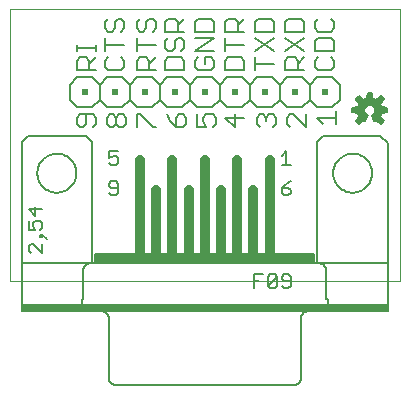
<source format=gto>
G75*
%MOIN*%
%OFA0B0*%
%FSLAX24Y24*%
%IPPOS*%
%LPD*%
%AMOC8*
5,1,8,0,0,1.08239X$1,22.5*
%
%ADD10C,0.0000*%
%ADD11C,0.0060*%
%ADD12C,0.0320*%
%ADD13C,0.0050*%
%ADD14R,0.7300X0.0300*%
%ADD15R,1.2200X0.0200*%
%ADD16R,0.0320X0.2850*%
%ADD17R,0.0320X0.1850*%
%ADD18R,0.0200X0.0200*%
%ADD19C,0.0059*%
D10*
X000480Y003580D02*
X000480Y012650D01*
X013472Y012650D01*
X013472Y003580D01*
X000480Y003580D01*
D11*
X000880Y002580D02*
X003930Y002580D01*
X010030Y002580D01*
X013080Y002580D01*
X013080Y002780D01*
X012080Y002780D01*
X011080Y002780D01*
X002880Y002780D01*
X002880Y002980D01*
X002930Y002980D01*
X002930Y003930D01*
X002932Y003960D01*
X002937Y003990D01*
X002946Y004019D01*
X002959Y004046D01*
X002974Y004072D01*
X002993Y004096D01*
X003014Y004117D01*
X003038Y004136D01*
X003064Y004151D01*
X003091Y004164D01*
X003120Y004173D01*
X003150Y004178D01*
X003180Y004180D01*
X003230Y004180D02*
X003230Y008230D01*
X003030Y008430D01*
X001080Y008430D01*
X000880Y008230D01*
X000880Y004230D01*
X000880Y004180D01*
X002880Y004180D01*
X003230Y004180D01*
X003330Y004180D01*
X003330Y004480D01*
X010630Y004480D01*
X010630Y004180D01*
X003330Y004180D01*
X002880Y002780D02*
X001880Y002780D01*
X000880Y002780D01*
X000880Y002980D01*
X000880Y004180D01*
X000880Y002780D02*
X000880Y002580D01*
X003530Y002580D02*
X003560Y002578D01*
X003590Y002573D01*
X003619Y002564D01*
X003646Y002551D01*
X003672Y002536D01*
X003696Y002517D01*
X003717Y002496D01*
X003736Y002472D01*
X003751Y002446D01*
X003764Y002419D01*
X003773Y002390D01*
X003778Y002360D01*
X003780Y002330D01*
X003780Y000330D01*
X003782Y000304D01*
X003787Y000278D01*
X003795Y000253D01*
X003807Y000230D01*
X003821Y000208D01*
X003839Y000189D01*
X003858Y000171D01*
X003880Y000157D01*
X003903Y000145D01*
X003928Y000137D01*
X003954Y000132D01*
X003980Y000130D01*
X004080Y000130D01*
X009880Y000130D01*
X009980Y000130D01*
X010006Y000132D01*
X010032Y000137D01*
X010057Y000145D01*
X010080Y000157D01*
X010102Y000171D01*
X010121Y000189D01*
X010139Y000208D01*
X010153Y000230D01*
X010165Y000253D01*
X010173Y000278D01*
X010178Y000304D01*
X010180Y000330D01*
X010180Y002330D01*
X010182Y002360D01*
X010187Y002390D01*
X010196Y002419D01*
X010209Y002446D01*
X010224Y002472D01*
X010243Y002496D01*
X010264Y002517D01*
X010288Y002536D01*
X010314Y002551D01*
X010341Y002564D01*
X010370Y002573D01*
X010400Y002578D01*
X010430Y002580D01*
X011030Y002980D02*
X011030Y003930D01*
X011028Y003960D01*
X011023Y003990D01*
X011014Y004019D01*
X011001Y004046D01*
X010986Y004072D01*
X010967Y004096D01*
X010946Y004117D01*
X010922Y004136D01*
X010896Y004151D01*
X010869Y004164D01*
X010840Y004173D01*
X010810Y004178D01*
X010780Y004180D01*
X010730Y004180D02*
X010730Y008230D01*
X010930Y008430D01*
X012830Y008430D01*
X013080Y008180D01*
X013080Y004230D01*
X013080Y004180D01*
X013080Y002980D01*
X013080Y002780D01*
X013080Y004180D02*
X011080Y004180D01*
X010730Y004180D01*
X010630Y004180D01*
X011030Y002980D02*
X011080Y002980D01*
X011080Y002780D01*
X011260Y007180D02*
X011262Y007230D01*
X011268Y007280D01*
X011278Y007330D01*
X011291Y007378D01*
X011308Y007426D01*
X011329Y007472D01*
X011353Y007516D01*
X011381Y007558D01*
X011412Y007598D01*
X011446Y007635D01*
X011483Y007670D01*
X011522Y007701D01*
X011563Y007730D01*
X011607Y007755D01*
X011653Y007777D01*
X011700Y007795D01*
X011748Y007809D01*
X011797Y007820D01*
X011847Y007827D01*
X011897Y007830D01*
X011948Y007829D01*
X011998Y007824D01*
X012048Y007815D01*
X012096Y007803D01*
X012144Y007786D01*
X012190Y007766D01*
X012235Y007743D01*
X012278Y007716D01*
X012318Y007686D01*
X012356Y007653D01*
X012391Y007617D01*
X012424Y007578D01*
X012453Y007537D01*
X012479Y007494D01*
X012502Y007449D01*
X012521Y007402D01*
X012536Y007354D01*
X012548Y007305D01*
X012556Y007255D01*
X012560Y007205D01*
X012560Y007155D01*
X012556Y007105D01*
X012548Y007055D01*
X012536Y007006D01*
X012521Y006958D01*
X012502Y006911D01*
X012479Y006866D01*
X012453Y006823D01*
X012424Y006782D01*
X012391Y006743D01*
X012356Y006707D01*
X012318Y006674D01*
X012278Y006644D01*
X012235Y006617D01*
X012190Y006594D01*
X012144Y006574D01*
X012096Y006557D01*
X012048Y006545D01*
X011998Y006536D01*
X011948Y006531D01*
X011897Y006530D01*
X011847Y006533D01*
X011797Y006540D01*
X011748Y006551D01*
X011700Y006565D01*
X011653Y006583D01*
X011607Y006605D01*
X011563Y006630D01*
X011522Y006659D01*
X011483Y006690D01*
X011446Y006725D01*
X011412Y006762D01*
X011381Y006802D01*
X011353Y006844D01*
X011329Y006888D01*
X011308Y006934D01*
X011291Y006982D01*
X011278Y007030D01*
X011268Y007080D01*
X011262Y007130D01*
X011260Y007180D01*
X010350Y008710D02*
X009923Y009137D01*
X009816Y009137D01*
X009709Y009030D01*
X009709Y008817D01*
X009816Y008710D01*
X009350Y008817D02*
X009350Y009030D01*
X009243Y009137D01*
X009136Y009137D01*
X009030Y009030D01*
X009030Y008924D01*
X009030Y009030D02*
X008923Y009137D01*
X008816Y009137D01*
X008709Y009030D01*
X008709Y008817D01*
X008816Y008710D01*
X009243Y008710D02*
X009350Y008817D01*
X009230Y009380D02*
X008730Y009380D01*
X008480Y009630D01*
X008230Y009380D01*
X007730Y009380D01*
X007480Y009630D01*
X007230Y009380D01*
X006730Y009380D01*
X006480Y009630D01*
X006480Y010130D01*
X006730Y010380D01*
X007230Y010380D01*
X007480Y010130D01*
X007730Y010380D01*
X008230Y010380D01*
X008480Y010130D01*
X008730Y010380D01*
X009230Y010380D01*
X009480Y010130D01*
X009730Y010380D01*
X010230Y010380D01*
X010480Y010130D01*
X010730Y010380D01*
X011230Y010380D01*
X011480Y010130D01*
X011480Y009630D01*
X011230Y009380D01*
X010730Y009380D01*
X010480Y009630D01*
X010230Y009380D01*
X009730Y009380D01*
X009480Y009630D01*
X009480Y010130D01*
X009480Y009630D02*
X009230Y009380D01*
X008480Y009630D02*
X008480Y010130D01*
X008659Y010610D02*
X008659Y011037D01*
X008659Y010824D02*
X009300Y010824D01*
X009659Y010930D02*
X009659Y010610D01*
X010300Y010610D01*
X010086Y010610D02*
X010086Y010930D01*
X009980Y011037D01*
X009766Y011037D01*
X009659Y010930D01*
X009659Y011255D02*
X010300Y011682D01*
X010300Y011899D02*
X010300Y012219D01*
X010193Y012326D01*
X009766Y012326D01*
X009659Y012219D01*
X009659Y011899D01*
X010300Y011899D01*
X010659Y012006D02*
X010659Y012219D01*
X010766Y012326D01*
X010659Y012006D02*
X010766Y011899D01*
X011193Y011899D01*
X011300Y012006D01*
X011300Y012219D01*
X011193Y012326D01*
X011193Y011682D02*
X010766Y011682D01*
X010659Y011575D01*
X010659Y011255D01*
X011300Y011255D01*
X011300Y011575D01*
X011193Y011682D01*
X011193Y011037D02*
X011300Y010930D01*
X011300Y010717D01*
X011193Y010610D01*
X010766Y010610D01*
X010659Y010717D01*
X010659Y010930D01*
X010766Y011037D01*
X010300Y011037D02*
X010086Y010824D01*
X010300Y011255D02*
X009659Y011682D01*
X009300Y011682D02*
X008659Y011255D01*
X008300Y011468D02*
X007659Y011468D01*
X007659Y011255D02*
X007659Y011682D01*
X007659Y011899D02*
X007659Y012219D01*
X007766Y012326D01*
X007980Y012326D01*
X008086Y012219D01*
X008086Y011899D01*
X008300Y011899D02*
X007659Y011899D01*
X007300Y011899D02*
X007300Y012219D01*
X007193Y012326D01*
X006766Y012326D01*
X006659Y012219D01*
X006659Y011899D01*
X007300Y011899D01*
X007300Y011682D02*
X006659Y011682D01*
X006300Y011575D02*
X006300Y011361D01*
X006193Y011255D01*
X006193Y011037D02*
X005766Y011037D01*
X005659Y010930D01*
X005659Y010610D01*
X006300Y010610D01*
X006300Y010930D01*
X006193Y011037D01*
X005873Y011255D02*
X005980Y011361D01*
X005980Y011575D01*
X006086Y011682D01*
X006193Y011682D01*
X006300Y011575D01*
X006300Y011899D02*
X005659Y011899D01*
X005659Y012219D01*
X005766Y012326D01*
X005980Y012326D01*
X006086Y012219D01*
X006086Y011899D01*
X006086Y012113D02*
X006300Y012326D01*
X005766Y011682D02*
X005659Y011575D01*
X005659Y011361D01*
X005766Y011255D01*
X005873Y011255D01*
X005350Y011468D02*
X004709Y011468D01*
X004709Y011255D02*
X004709Y011682D01*
X004816Y011899D02*
X004923Y011899D01*
X005030Y012006D01*
X005030Y012219D01*
X005136Y012326D01*
X005243Y012326D01*
X005350Y012219D01*
X005350Y012006D01*
X005243Y011899D01*
X004816Y011899D02*
X004709Y012006D01*
X004709Y012219D01*
X004816Y012326D01*
X004300Y012219D02*
X004300Y012006D01*
X004193Y011899D01*
X003980Y012006D02*
X003980Y012219D01*
X004086Y012326D01*
X004193Y012326D01*
X004300Y012219D01*
X003980Y012006D02*
X003873Y011899D01*
X003766Y011899D01*
X003659Y012006D01*
X003659Y012219D01*
X003766Y012326D01*
X003659Y011682D02*
X003659Y011255D01*
X003659Y011468D02*
X004300Y011468D01*
X004193Y011037D02*
X004300Y010930D01*
X004300Y010717D01*
X004193Y010610D01*
X003766Y010610D01*
X003659Y010717D01*
X003659Y010930D01*
X003766Y011037D01*
X003350Y011037D02*
X003136Y010824D01*
X003136Y010930D02*
X003136Y010610D01*
X003350Y010610D02*
X002709Y010610D01*
X002709Y010930D01*
X002816Y011037D01*
X003030Y011037D01*
X003136Y010930D01*
X003350Y011255D02*
X003350Y011468D01*
X003350Y011361D02*
X002709Y011361D01*
X002709Y011255D02*
X002709Y011468D01*
X002730Y010380D02*
X003230Y010380D01*
X003480Y010130D01*
X003730Y010380D01*
X004230Y010380D01*
X004480Y010130D01*
X004730Y010380D01*
X005230Y010380D01*
X005480Y010130D01*
X005730Y010380D01*
X006230Y010380D01*
X006480Y010130D01*
X006480Y009630D02*
X006230Y009380D01*
X005730Y009380D01*
X005480Y009630D01*
X005230Y009380D01*
X004730Y009380D01*
X004480Y009630D01*
X004230Y009380D01*
X003730Y009380D01*
X003480Y009630D01*
X003230Y009380D01*
X002730Y009380D01*
X002480Y009630D01*
X002480Y010130D01*
X002730Y010380D01*
X003480Y010130D02*
X003480Y009630D01*
X003243Y009137D02*
X002816Y009137D01*
X002709Y009030D01*
X002709Y008817D01*
X002816Y008710D01*
X002923Y008710D01*
X003030Y008817D01*
X003030Y009137D01*
X003243Y009137D02*
X003350Y009030D01*
X003350Y008817D01*
X003243Y008710D01*
X003709Y008817D02*
X003816Y008710D01*
X003923Y008710D01*
X004030Y008817D01*
X004030Y009030D01*
X004136Y009137D01*
X004243Y009137D01*
X004350Y009030D01*
X004350Y008817D01*
X004243Y008710D01*
X004136Y008710D01*
X004030Y008817D01*
X004030Y009030D02*
X003923Y009137D01*
X003816Y009137D01*
X003709Y009030D01*
X003709Y008817D01*
X004480Y009630D02*
X004480Y010130D01*
X004709Y010610D02*
X004709Y010930D01*
X004816Y011037D01*
X005030Y011037D01*
X005136Y010930D01*
X005136Y010610D01*
X005136Y010824D02*
X005350Y011037D01*
X005350Y010610D02*
X004709Y010610D01*
X005480Y010130D02*
X005480Y009630D01*
X005709Y009137D02*
X005816Y008924D01*
X006030Y008710D01*
X006030Y009030D01*
X006136Y009137D01*
X006243Y009137D01*
X006350Y009030D01*
X006350Y008817D01*
X006243Y008710D01*
X006030Y008710D01*
X006709Y008710D02*
X007030Y008710D01*
X006923Y008924D01*
X006923Y009030D01*
X007030Y009137D01*
X007243Y009137D01*
X007350Y009030D01*
X007350Y008817D01*
X007243Y008710D01*
X007659Y009030D02*
X007980Y008710D01*
X007980Y009137D01*
X008300Y009030D02*
X007659Y009030D01*
X007480Y009630D02*
X007480Y010130D01*
X007659Y010610D02*
X007659Y010930D01*
X007766Y011037D01*
X008193Y011037D01*
X008300Y010930D01*
X008300Y010610D01*
X007659Y010610D01*
X007300Y010717D02*
X007300Y010930D01*
X007193Y011037D01*
X006980Y011037D01*
X006980Y010824D01*
X006766Y011037D02*
X006659Y010930D01*
X006659Y010717D01*
X006766Y010610D01*
X007193Y010610D01*
X007300Y010717D01*
X007300Y011255D02*
X006659Y011255D01*
X007300Y011682D01*
X008086Y012113D02*
X008300Y012326D01*
X008659Y012219D02*
X008659Y011899D01*
X009300Y011899D01*
X009300Y012219D01*
X009193Y012326D01*
X008766Y012326D01*
X008659Y012219D01*
X008659Y011682D02*
X009300Y011255D01*
X010480Y010130D02*
X010480Y009630D01*
X010350Y009137D02*
X010350Y008710D01*
X010709Y009024D02*
X011350Y009024D01*
X011350Y009237D02*
X011350Y008810D01*
X010923Y008810D02*
X010709Y009024D01*
X006709Y009137D02*
X006709Y008710D01*
X005350Y008710D02*
X005243Y008710D01*
X004816Y009137D01*
X004709Y009137D01*
X004709Y008710D01*
X001400Y007180D02*
X001402Y007230D01*
X001408Y007280D01*
X001418Y007330D01*
X001431Y007378D01*
X001448Y007426D01*
X001469Y007472D01*
X001493Y007516D01*
X001521Y007558D01*
X001552Y007598D01*
X001586Y007635D01*
X001623Y007670D01*
X001662Y007701D01*
X001703Y007730D01*
X001747Y007755D01*
X001793Y007777D01*
X001840Y007795D01*
X001888Y007809D01*
X001937Y007820D01*
X001987Y007827D01*
X002037Y007830D01*
X002088Y007829D01*
X002138Y007824D01*
X002188Y007815D01*
X002236Y007803D01*
X002284Y007786D01*
X002330Y007766D01*
X002375Y007743D01*
X002418Y007716D01*
X002458Y007686D01*
X002496Y007653D01*
X002531Y007617D01*
X002564Y007578D01*
X002593Y007537D01*
X002619Y007494D01*
X002642Y007449D01*
X002661Y007402D01*
X002676Y007354D01*
X002688Y007305D01*
X002696Y007255D01*
X002700Y007205D01*
X002700Y007155D01*
X002696Y007105D01*
X002688Y007055D01*
X002676Y007006D01*
X002661Y006958D01*
X002642Y006911D01*
X002619Y006866D01*
X002593Y006823D01*
X002564Y006782D01*
X002531Y006743D01*
X002496Y006707D01*
X002458Y006674D01*
X002418Y006644D01*
X002375Y006617D01*
X002330Y006594D01*
X002284Y006574D01*
X002236Y006557D01*
X002188Y006545D01*
X002138Y006536D01*
X002088Y006531D01*
X002037Y006530D01*
X001987Y006533D01*
X001937Y006540D01*
X001888Y006551D01*
X001840Y006565D01*
X001793Y006583D01*
X001747Y006605D01*
X001703Y006630D01*
X001662Y006659D01*
X001623Y006690D01*
X001586Y006725D01*
X001552Y006762D01*
X001521Y006802D01*
X001493Y006844D01*
X001469Y006888D01*
X001448Y006934D01*
X001431Y006982D01*
X001418Y007030D01*
X001408Y007080D01*
X001402Y007130D01*
X001400Y007180D01*
D12*
X004820Y007230D02*
X004820Y007630D01*
X005900Y007630D02*
X005900Y007230D01*
X005360Y006630D02*
X005360Y006230D01*
X006450Y006230D02*
X006450Y006630D01*
X006980Y007230D02*
X006980Y007630D01*
X008060Y007630D02*
X008060Y007230D01*
X007520Y006630D02*
X007520Y006230D01*
X008600Y006230D02*
X008600Y006630D01*
X009140Y007230D02*
X009140Y007630D01*
D13*
X009545Y007755D02*
X009695Y007905D01*
X009695Y007455D01*
X009545Y007455D02*
X009845Y007455D01*
X009845Y006905D02*
X009695Y006830D01*
X009545Y006680D01*
X009770Y006680D01*
X009845Y006605D01*
X009845Y006530D01*
X009770Y006455D01*
X009620Y006455D01*
X009545Y006530D01*
X009545Y006680D01*
X009620Y003805D02*
X009545Y003730D01*
X009545Y003655D01*
X009620Y003580D01*
X009845Y003580D01*
X009845Y003430D02*
X009770Y003355D01*
X009620Y003355D01*
X009545Y003430D01*
X009384Y003430D02*
X009309Y003355D01*
X009159Y003355D01*
X009084Y003430D01*
X009384Y003730D01*
X009384Y003430D01*
X009084Y003430D02*
X009084Y003730D01*
X009159Y003805D01*
X009309Y003805D01*
X009384Y003730D01*
X009620Y003805D02*
X009770Y003805D01*
X009845Y003730D01*
X009845Y003430D01*
X008924Y003805D02*
X008624Y003805D01*
X008624Y003355D01*
X008624Y003580D02*
X008774Y003580D01*
X004095Y006530D02*
X004095Y006830D01*
X004020Y006905D01*
X003870Y006905D01*
X003795Y006830D01*
X003795Y006755D01*
X003870Y006680D01*
X004095Y006680D01*
X004095Y006530D02*
X004020Y006455D01*
X003870Y006455D01*
X003795Y006530D01*
X003870Y007455D02*
X003795Y007530D01*
X003870Y007455D02*
X004020Y007455D01*
X004095Y007530D01*
X004095Y007680D01*
X004020Y007755D01*
X003945Y007755D01*
X003795Y007680D01*
X003795Y007905D01*
X004095Y007905D01*
X001555Y005970D02*
X001105Y005970D01*
X001330Y005745D01*
X001330Y006045D01*
X001330Y005584D02*
X001480Y005584D01*
X001555Y005509D01*
X001555Y005359D01*
X001480Y005284D01*
X001330Y005284D02*
X001255Y005434D01*
X001255Y005509D01*
X001330Y005584D01*
X001105Y005584D02*
X001105Y005284D01*
X001330Y005284D01*
X001480Y005127D02*
X001480Y005052D01*
X001555Y005052D01*
X001555Y005127D01*
X001480Y005127D01*
X001555Y005127D02*
X001705Y004977D01*
X001555Y004817D02*
X001555Y004517D01*
X001255Y004817D01*
X001180Y004817D01*
X001105Y004742D01*
X001105Y004592D01*
X001180Y004517D01*
D14*
X006980Y004330D03*
D15*
X006980Y002680D03*
D16*
X006990Y005905D03*
X008060Y005905D03*
X009140Y005905D03*
X005900Y005905D03*
X004820Y005905D03*
D17*
X005360Y005405D03*
X006450Y005405D03*
X007520Y005405D03*
X008600Y005405D03*
D18*
X008980Y009880D03*
X007980Y009880D03*
X006980Y009880D03*
X005980Y009880D03*
X004980Y009880D03*
X003980Y009880D03*
X002980Y009880D03*
X009980Y009880D03*
X010980Y009880D03*
D19*
X011894Y009352D02*
X011894Y009208D01*
X012084Y009189D01*
X012105Y009125D01*
X012136Y009065D01*
X012015Y008916D01*
X012116Y008815D01*
X012265Y008936D01*
X012325Y008905D01*
X012409Y009109D01*
X012372Y009131D01*
X012340Y009160D01*
X012316Y009196D01*
X012301Y009237D01*
X012295Y009280D01*
X012301Y009324D01*
X012316Y009365D01*
X012341Y009402D01*
X012374Y009431D01*
X012413Y009452D01*
X012456Y009463D01*
X012500Y009463D01*
X012543Y009453D01*
X012582Y009433D01*
X012616Y009405D01*
X012642Y009369D01*
X012658Y009328D01*
X012664Y009284D01*
X012660Y009240D01*
X012645Y009198D01*
X012621Y009161D01*
X012589Y009131D01*
X012551Y009109D01*
X012635Y008905D01*
X012695Y008936D01*
X012844Y008815D01*
X012945Y008916D01*
X012824Y009065D01*
X012855Y009125D01*
X012876Y009189D01*
X013066Y009208D01*
X013066Y009352D01*
X012876Y009371D01*
X012855Y009435D01*
X012824Y009495D01*
X012945Y009644D01*
X012844Y009745D01*
X012695Y009624D01*
X012635Y009655D01*
X012571Y009676D01*
X012552Y009866D01*
X012408Y009866D01*
X012389Y009676D01*
X012325Y009655D01*
X012265Y009624D01*
X012116Y009745D01*
X012015Y009644D01*
X012136Y009495D01*
X012105Y009435D01*
X012084Y009371D01*
X011894Y009352D01*
X011894Y009336D02*
X012305Y009336D01*
X012296Y009278D02*
X011894Y009278D01*
X011894Y009220D02*
X012307Y009220D01*
X012338Y009163D02*
X012093Y009163D01*
X012115Y009105D02*
X012408Y009105D01*
X012384Y009048D02*
X012122Y009048D01*
X012075Y008990D02*
X012360Y008990D01*
X012336Y008933D02*
X012271Y008933D01*
X012261Y008933D02*
X012028Y008933D01*
X012056Y008875D02*
X012191Y008875D01*
X012120Y008818D02*
X012114Y008818D01*
X012552Y009105D02*
X012845Y009105D01*
X012838Y009048D02*
X012576Y009048D01*
X012600Y008990D02*
X012885Y008990D01*
X012932Y008933D02*
X012699Y008933D01*
X012689Y008933D02*
X012624Y008933D01*
X012769Y008875D02*
X012904Y008875D01*
X012846Y008818D02*
X012840Y008818D01*
X012867Y009163D02*
X012622Y009163D01*
X012653Y009220D02*
X013066Y009220D01*
X013066Y009278D02*
X012664Y009278D01*
X012655Y009336D02*
X013066Y009336D01*
X012869Y009393D02*
X012624Y009393D01*
X012548Y009451D02*
X012847Y009451D01*
X012835Y009508D02*
X012125Y009508D01*
X012113Y009451D02*
X012411Y009451D01*
X012335Y009393D02*
X012091Y009393D01*
X012078Y009566D02*
X012882Y009566D01*
X012929Y009623D02*
X012031Y009623D01*
X012052Y009681D02*
X012196Y009681D01*
X012125Y009738D02*
X012109Y009738D01*
X012389Y009681D02*
X012571Y009681D01*
X012565Y009738D02*
X012395Y009738D01*
X012401Y009796D02*
X012559Y009796D01*
X012553Y009854D02*
X012407Y009854D01*
X012764Y009681D02*
X012908Y009681D01*
X012851Y009738D02*
X012835Y009738D01*
M02*

</source>
